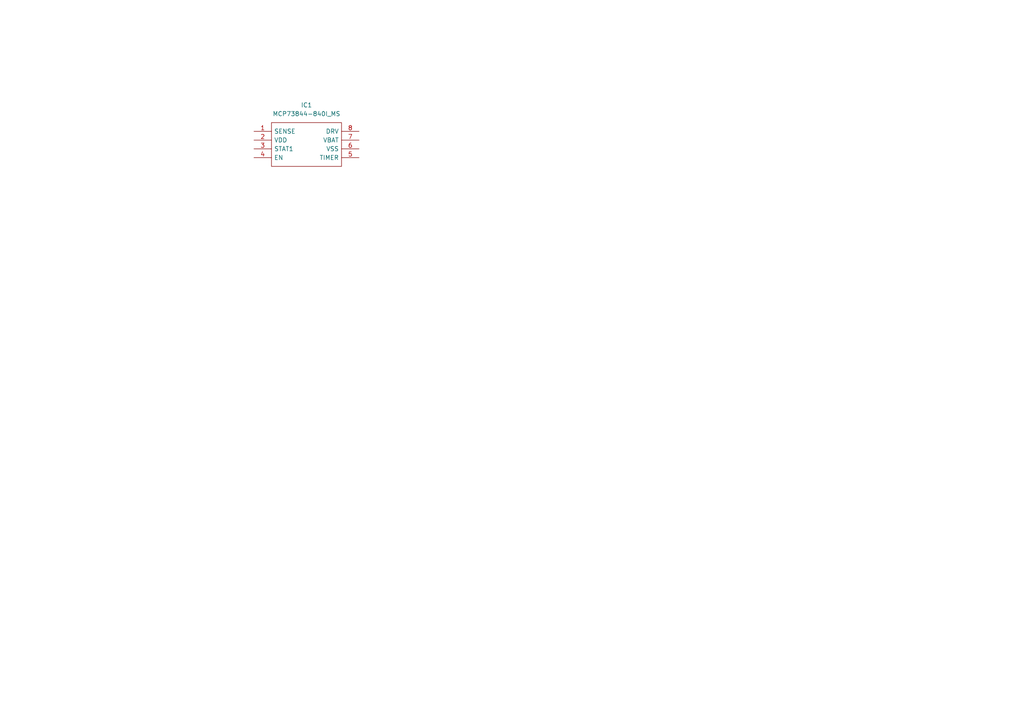
<source format=kicad_sch>
(kicad_sch (version 20230121) (generator eeschema)
  (paper "A4")
  (lib_symbols
    (symbol "Importowane schematy:MCP73844-840I_MS" (pin_names (offset 0.762))
      (property "Reference" "IC" (at 26.67 7.62 0))
      (property "Value" "MCP73844-840I_MS" (at 26.67 5.08 0))
      (symbol "MCP73844-840I_MS_0_0"
        (pin passive line (at 0 0 0) (length 5.08) (name "SENSE") (number "1"))
        (pin passive line (at 0 -2.54 0) (length 5.08) (name "VDD") (number "2"))
        (pin passive line (at 0 -5.08 0) (length 5.08) (name "STAT1") (number "3"))
        (pin passive line (at 0 -7.62 0) (length 5.08) (name "EN") (number "4"))
        (pin passive line (at 30.48 -7.62 180) (length 5.08) (name "TIMER") (number "5"))
        (pin passive line (at 30.48 -5.08 180) (length 5.08) (name "VSS") (number "6"))
        (pin passive line (at 30.48 -2.54 180) (length 5.08) (name "VBAT") (number "7"))
        (pin passive line (at 30.48 0 180) (length 5.08) (name "DRV") (number "8"))
      )
      (symbol "MCP73844-840I_MS_0_1"
        (polyline (pts (xy 5.08 2.54) (xy 25.4 2.54) (xy 25.4 -10.16) (xy 5.08 -10.16) (xy 5.08 2.54)) (stroke (width 0.1524)))
      )
    )
  )
  (symbol (lib_id "Importowane schematy:MCP73844-840I_MS") (at 73.66 38.1 0) (unit 1)
    (property "Reference" "IC1" (at 88.9 30.48 0))
    (property "Value" "MCP73844-840I_MS" (at 88.9 33.02 0))
    (property "Footprint" "Importowane schematy:SOP65P490X110-8N" (effects hide))
    (property "Datasheet" "http://ww1.microchip.com/downloads/en/DeviceDoc/21823D.pdf" (effects hide))
    (property "Description" "Li-Ion Charge Controller 8.4V MSOP8" (effects hide))
    (property "Height" "1.1" (effects hide))
    (property "Manufacturer_Name" "Microchip" (effects hide))
    (property "Manufacturer_Part_Number" "MCP73844-840I/MS" (effects hide))
  )
)
</source>
